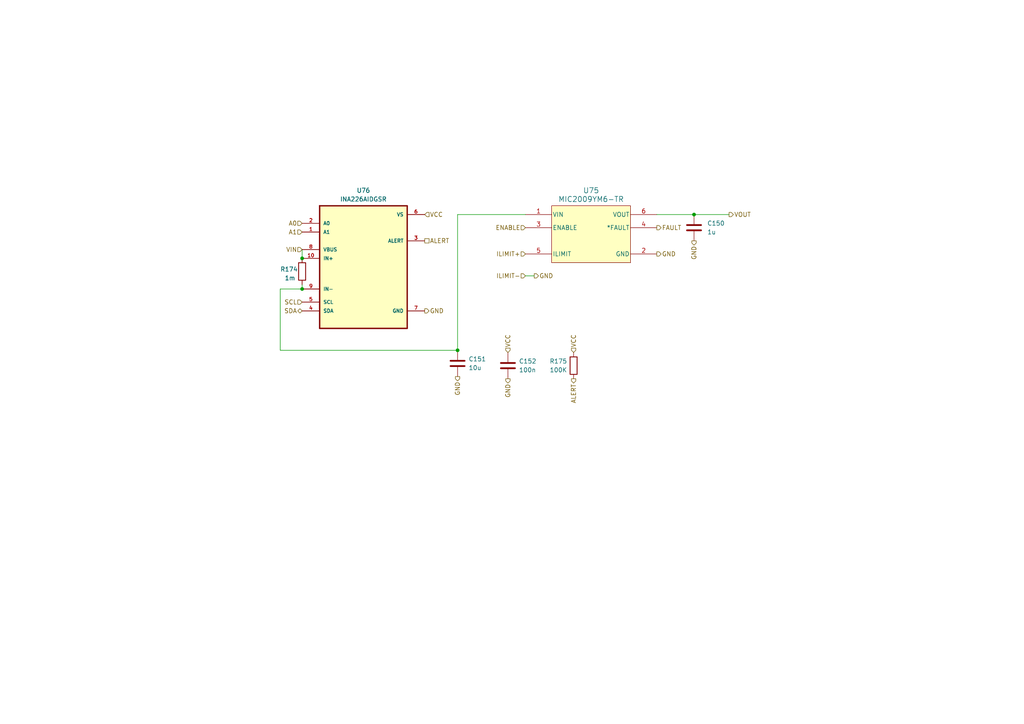
<source format=kicad_sch>
(kicad_sch (version 20231120) (generator "eeschema") (generator_version "8.0")
  (paper "A4")
  (lib_symbols
    (symbol "Device:C" (pin_numbers hide) (pin_names (offset 0.254))
      (property "Reference" "C" (at 0.635 2.54 0))
      (property "Value" "C" (at 0.635 -2.54 0))
      (symbol "C_0_1"
        (polyline (pts (xy -2.032 -0.762) (xy 2.032 -0.762)) (stroke (width 0.508)))
        (polyline (pts (xy -2.032 0.762) (xy 2.032 0.762)) (stroke (width 0.508)))
      )
      (symbol "C_1_1"
        (pin passive line (at 0 3.81 270) (length 2.794) (name "~") (number "1"))
        (pin passive line (at 0 -3.81 90) (length 2.794) (name "~") (number "2"))
      )
    )
    (symbol "Device:R" (pin_numbers hide) (pin_names (offset 0))
      (property "Reference" "R" (at 2.032 0 90))
      (property "Value" "R" (at 0 0 90))
      (symbol "R_0_1"
        (rectangle (start -1.016 -2.54) (end 1.016 2.54) (stroke (width 0.254)))
      )
      (symbol "R_1_1"
        (pin passive line (at 0 3.81 270) (length 1.27) (name "~") (number "1"))
        (pin passive line (at 0 -3.81 90) (length 1.27) (name "~") (number "2"))
      )
    )
    (symbol "Project:INA226AIDGSR" (pin_names (offset 1.016))
      (property "Reference" "U" (at -12.7 18.78 0))
      (property "Value" "INA226AIDGSR" (at -12.7 -21.78 0))
      (symbol "INA226AIDGSR_0_0"
        (rectangle (start -12.7 17.78) (end 12.7 -17.78) (stroke (width 0.41)) (fill (type background)))
        (pin input line (at -17.78 10.16 0) (length 5.08) (name "A1") (number "1"))
        (pin input line (at -17.78 12.7 0) (length 5.08) (name "A0") (number "2"))
        (pin bidirectional line (at -17.78 -12.7 0) (length 5.08) (name "SDA") (number "4"))
        (pin input line (at -17.78 -10.16 0) (length 5.08) (name "SCL") (number "5"))
        (pin power_in line (at 17.78 15.24 180) (length 5.08) (name "VS") (number "6"))
        (pin power_in line (at 17.78 -12.7 180) (length 5.08) (name "GND") (number "7"))
        (pin power_in line (at -17.78 5.08 0) (length 5.08) (name "VBUS") (number "8"))
      )
      (symbol "INA226AIDGSR_1_0"
        (pin power_in line (at -17.78 2.54 0) (length 5.08) (name "IN+") (number "10"))
        (pin passive line (at 17.78 7.62 180) (length 5.08) (name "ALERT") (number "3"))
        (pin power_out line (at -17.78 -6.35 0) (length 5.08) (name "IN-") (number "9"))
      )
    )
    (symbol "Project:MIC2009YM6-TR" (pin_names (offset 0.254))
      (property "Reference" "U" (at 35.56 10.16 0))
      (property "Value" "MIC2009YM6-TR" (at 35.56 7.62 0))
      (symbol "MIC2009YM6-TR_0_1"
        (pin power_in line (at 38.1 -10.16 180) (length 7.62) (name "GND") (number "2"))
        (pin input line (at 0 -2.54 0) (length 7.62) (name "ENABLE") (number "3"))
        (pin output line (at 38.1 -2.54 180) (length 7.62) (name "*FAULT") (number "4"))
        (pin input line (at 0 -10.16 0) (length 7.62) (name "ILIMIT") (number "5"))
      )
      (symbol "MIC2009YM6-TR_1_1"
        (rectangle (start 7.62 3.81) (end 30.48 -12.7) (fill (type background)))
        (pin power_in line (at 0 1.27 0) (length 7.62) (name "VIN") (number "1"))
        (pin power_out line (at 38.1 1.27 180) (length 7.62) (name "VOUT") (number "6"))
      )
    )
  )
  (junction (at 132.715 101.6))
  (junction (at 201.295 62.23))
  (junction (at 87.63 83.82))
  (junction (at 87.63 74.93))
  (wire (pts (xy 211.455 62.23) (xy 201.295 62.23)))
  (wire (pts (xy 81.28 101.6) (xy 132.715 101.6)))
  (wire (pts (xy 201.295 62.23) (xy 190.5 62.23)))
  (wire (pts (xy 81.28 83.82) (xy 81.28 101.6)))
  (wire (pts (xy 154.94 80.01) (xy 152.4 80.01)))
  (wire (pts (xy 132.715 62.23) (xy 132.715 101.6)))
  (wire (pts (xy 87.63 82.55) (xy 87.63 83.82)))
  (wire (pts (xy 87.63 83.82) (xy 81.28 83.82)))
  (wire (pts (xy 132.715 62.23) (xy 152.4 62.23)))
  (wire (pts (xy 87.63 72.39) (xy 87.63 74.93)))
  (hierarchical_label "ILIMIT+" (shape input) (at 152.4 73.66 180))
  (hierarchical_label "VCC" (shape input) (at 166.37 102.235 90))
  (hierarchical_label "ENABLE" (shape input) (at 152.4 66.04 180))
  (hierarchical_label "ALERT" (shape output) (at 166.37 109.855 270))
  (hierarchical_label "ILIMIT-" (shape input) (at 152.4 80.01 180))
  (hierarchical_label "GND" (shape output) (at 123.19 90.17 0))
  (hierarchical_label "VCC" (shape input) (at 147.32 102.235 90))
  (hierarchical_label "GND" (shape output) (at 154.94 80.01 0))
  (hierarchical_label "GND" (shape output) (at 147.32 109.855 270))
  (hierarchical_label "VIN" (shape input) (at 87.63 72.39 180))
  (hierarchical_label "VOUT" (shape output) (at 211.455 62.23 0))
  (hierarchical_label "SCL" (shape input) (at 87.63 87.63 180))
  (hierarchical_label "FAULT" (shape output) (at 190.5 66.04 0))
  (hierarchical_label "SDA" (shape bidirectional) (at 87.63 90.17 180))
  (hierarchical_label "GND" (shape output) (at 190.5 73.66 0))
  (hierarchical_label "A1" (shape input) (at 87.63 67.31 180))
  (hierarchical_label "VCC" (shape input) (at 123.19 62.23 0))
  (hierarchical_label "A0" (shape input) (at 87.63 64.77 180))
  (hierarchical_label "GND" (shape output) (at 201.295 69.85 270))
  (hierarchical_label "ALERT" (shape passive) (at 123.19 69.85 0))
  (hierarchical_label "GND" (shape output) (at 132.715 109.22 270))
  (symbol (lib_id "Device:C") (at 132.715 105.41 0) (unit 1)
    (property "Reference" "C151" (at 135.89 104.1399 0) (effects (justify left)))
    (property "Value" "10u" (at 135.89 106.6799 0) (effects (justify left)))
    (property "Footprint" "Capacitor_SMD:C_0603_1608Metric_Pad1.08x0.95mm_HandSolder" (effects (hide yes)))
    (property "Description" "Unpolarized capacitor" (effects (hide yes)))
    (instances (project "EPS" (path "" (reference "C151") (unit 1)) (path "" (reference "C154") (unit 1)) (path "" (reference "C129") (unit 1)) (path "" (reference "C136") (unit 1))))
  )
  (symbol (lib_id "Device:C") (at 201.295 66.04 0) (unit 1)
    (property "Reference" "C150" (at 205.105 64.7699 0) (effects (justify left)))
    (property "Value" "1u" (at 205.105 67.3099 0) (effects (justify left)))
    (property "Footprint" "Capacitor_SMD:C_0603_1608Metric_Pad1.08x0.95mm_HandSolder" (effects (hide yes)))
    (property "Description" "Unpolarized capacitor" (effects (hide yes)))
    (instances (project "EPS" (path "" (reference "C150") (unit 1)) (path "" (reference "C153") (unit 1)) (path "" (reference "C128") (unit 1)) (path "" (reference "C131") (unit 1))))
  )
  (symbol (lib_id "Project:MIC2009YM6-TR") (at 152.4 63.5 0) (unit 1)
    (property "Reference" "U75" (at 171.45 55.245 0) (effects (font (size 1.524 1.524))))
    (property "Value" "MIC2009YM6-TR" (at 171.45 57.785 0) (effects (font (size 1.524 1.524))))
    (property "Footprint" "Project:SOT-23-6_Handsoldering" (effects (hide yes)))
    (property "Datasheet" "MIC2009YM6-TR" (effects (hide yes)))
    (instances (project "EPS" (path "" (reference "U75") (unit 1)) (path "" (reference "U77") (unit 1)) (path "" (reference "U71") (unit 1)) (path "" (reference "U73") (unit 1))))
  )
  (symbol (lib_id "Device:R") (at 166.37 106.045 0) (unit 1)
    (property "Reference" "R175" (at 159.385 104.775 0) (effects (justify left)))
    (property "Value" "100K" (at 159.385 107.315 0) (effects (justify left)))
    (property "Footprint" "Project:R_0201_0603Metric" (effects (hide yes)))
    (property "Description" "Resistor" (effects (hide yes)))
    (instances (project "EPS" (path "" (reference "R175") (unit 1)) (path "" (reference "R181") (unit 1)) (path "" (reference "R168") (unit 1)) (path "" (reference "R173") (unit 1))))
  )
  (symbol (lib_id "Device:C") (at 147.32 106.045 0) (unit 1)
    (property "Reference" "C152" (at 150.495 104.7749 0) (effects (justify left)))
    (property "Value" "100n" (at 150.495 107.3149 0) (effects (justify left)))
    (property "Footprint" "Capacitor_SMD:C_0402_1005Metric_Pad0.74x0.62mm_HandSolder" (effects (hide yes)))
    (property "Description" "Unpolarized capacitor" (effects (hide yes)))
    (instances (project "EPS" (path "" (reference "C152") (unit 1)) (path "" (reference "C155") (unit 1)) (path "" (reference "C130") (unit 1)) (path "" (reference "C137") (unit 1))))
  )
  (symbol (lib_id "Project:INA226AIDGSR") (at 105.41 77.47 0) (unit 1)
    (property "Reference" "U76" (at 105.41 55.245 0))
    (property "Value" "INA226AIDGSR" (at 105.41 57.785 0))
    (property "Footprint" "Package_SO:VSSOP-10_3x3mm_P0.5mm" (effects (hide yes)))
    (instances (project "EPS" (path "" (reference "U76") (unit 1)) (path "" (reference "U78") (unit 1)) (path "" (reference "U72") (unit 1)) (path "" (reference "U74") (unit 1))))
  )
  (symbol (lib_id "Device:R") (at 87.63 78.74 0) (unit 1)
    (property "Reference" "R174" (at 81.28 78.105 0) (effects (justify left)))
    (property "Value" "1m" (at 82.55 80.645 0) (effects (justify left)))
    (property "Footprint" "Resistor_SMD:R_0402_1005Metric_Pad0.72x0.64mm_HandSolder" (effects (hide yes)))
    (property "Description" "Resistor" (effects (hide yes)))
    (instances (project "EPS" (path "" (reference "R174") (unit 1)) (path "" (reference "R179") (unit 1)) (path "" (reference "R167") (unit 1)) (path "" (reference "R170") (unit 1))))
  )
)
</source>
